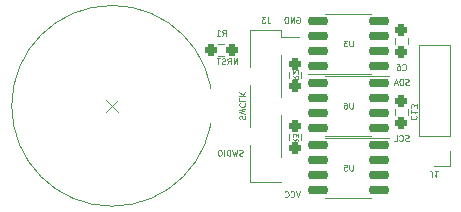
<source format=gbo>
%TF.GenerationSoftware,KiCad,Pcbnew,(6.0.0)*%
%TF.CreationDate,2025-09-03T22:59:35+02:00*%
%TF.ProjectId,Smart Servo Control Board Rev.1,536d6172-7420-4536-9572-766f20436f6e,rev?*%
%TF.SameCoordinates,Original*%
%TF.FileFunction,Legend,Bot*%
%TF.FilePolarity,Positive*%
%FSLAX46Y46*%
G04 Gerber Fmt 4.6, Leading zero omitted, Abs format (unit mm)*
G04 Created by KiCad (PCBNEW (6.0.0)) date 2025-09-03 22:59:35*
%MOMM*%
%LPD*%
G01*
G04 APERTURE LIST*
G04 Aperture macros list*
%AMRoundRect*
0 Rectangle with rounded corners*
0 $1 Rounding radius*
0 $2 $3 $4 $5 $6 $7 $8 $9 X,Y pos of 4 corners*
0 Add a 4 corners polygon primitive as box body*
4,1,4,$2,$3,$4,$5,$6,$7,$8,$9,$2,$3,0*
0 Add four circle primitives for the rounded corners*
1,1,$1+$1,$2,$3*
1,1,$1+$1,$4,$5*
1,1,$1+$1,$6,$7*
1,1,$1+$1,$8,$9*
0 Add four rect primitives between the rounded corners*
20,1,$1+$1,$2,$3,$4,$5,0*
20,1,$1+$1,$4,$5,$6,$7,0*
20,1,$1+$1,$6,$7,$8,$9,0*
20,1,$1+$1,$8,$9,$2,$3,0*%
G04 Aperture macros list end*
%ADD10C,0.125000*%
%ADD11C,0.120000*%
%ADD12R,1.700000X1.700000*%
%ADD13O,1.700000X1.700000*%
%ADD14O,4.000000X2.000000*%
%ADD15R,2.000000X3.000000*%
%ADD16RoundRect,0.237500X0.237500X-0.250000X0.237500X0.250000X-0.237500X0.250000X-0.237500X-0.250000X0*%
%ADD17RoundRect,0.237500X-0.237500X0.250000X-0.237500X-0.250000X0.237500X-0.250000X0.237500X0.250000X0*%
%ADD18RoundRect,0.150000X0.725000X0.150000X-0.725000X0.150000X-0.725000X-0.150000X0.725000X-0.150000X0*%
%ADD19RoundRect,0.150000X-0.725000X-0.150000X0.725000X-0.150000X0.725000X0.150000X-0.725000X0.150000X0*%
%ADD20RoundRect,0.237500X0.250000X0.237500X-0.250000X0.237500X-0.250000X-0.237500X0.250000X-0.237500X0*%
%ADD21R,2.510000X1.000000*%
G04 APERTURE END LIST*
D10*
X59130952Y-30000000D02*
X59178571Y-29976190D01*
X59250000Y-29976190D01*
X59321428Y-30000000D01*
X59369047Y-30047619D01*
X59392857Y-30095238D01*
X59416666Y-30190476D01*
X59416666Y-30261904D01*
X59392857Y-30357142D01*
X59369047Y-30404761D01*
X59321428Y-30452380D01*
X59250000Y-30476190D01*
X59202380Y-30476190D01*
X59130952Y-30452380D01*
X59107142Y-30428571D01*
X59107142Y-30261904D01*
X59202380Y-30261904D01*
X58892857Y-30476190D02*
X58892857Y-29976190D01*
X58607142Y-30476190D01*
X58607142Y-29976190D01*
X58369047Y-30476190D02*
X58369047Y-29976190D01*
X58250000Y-29976190D01*
X58178571Y-30000000D01*
X58130952Y-30047619D01*
X58107142Y-30095238D01*
X58083333Y-30190476D01*
X58083333Y-30261904D01*
X58107142Y-30357142D01*
X58130952Y-30404761D01*
X58178571Y-30452380D01*
X58250000Y-30476190D01*
X58369047Y-30476190D01*
X59416666Y-44726190D02*
X59250000Y-45226190D01*
X59083333Y-44726190D01*
X58630952Y-45178571D02*
X58654761Y-45202380D01*
X58726190Y-45226190D01*
X58773809Y-45226190D01*
X58845238Y-45202380D01*
X58892857Y-45154761D01*
X58916666Y-45107142D01*
X58940476Y-45011904D01*
X58940476Y-44940476D01*
X58916666Y-44845238D01*
X58892857Y-44797619D01*
X58845238Y-44750000D01*
X58773809Y-44726190D01*
X58726190Y-44726190D01*
X58654761Y-44750000D01*
X58630952Y-44773809D01*
X58130952Y-45178571D02*
X58154761Y-45202380D01*
X58226190Y-45226190D01*
X58273809Y-45226190D01*
X58345238Y-45202380D01*
X58392857Y-45154761D01*
X58416666Y-45107142D01*
X58440476Y-45011904D01*
X58440476Y-44940476D01*
X58416666Y-44845238D01*
X58392857Y-44797619D01*
X58345238Y-44750000D01*
X58273809Y-44726190D01*
X58226190Y-44726190D01*
X58154761Y-44750000D01*
X58130952Y-44773809D01*
X54071428Y-33976190D02*
X54071428Y-33476190D01*
X53785714Y-33976190D01*
X53785714Y-33476190D01*
X53261904Y-33976190D02*
X53428571Y-33738095D01*
X53547619Y-33976190D02*
X53547619Y-33476190D01*
X53357142Y-33476190D01*
X53309523Y-33500000D01*
X53285714Y-33523809D01*
X53261904Y-33571428D01*
X53261904Y-33642857D01*
X53285714Y-33690476D01*
X53309523Y-33714285D01*
X53357142Y-33738095D01*
X53547619Y-33738095D01*
X53071428Y-33952380D02*
X53000000Y-33976190D01*
X52880952Y-33976190D01*
X52833333Y-33952380D01*
X52809523Y-33928571D01*
X52785714Y-33880952D01*
X52785714Y-33833333D01*
X52809523Y-33785714D01*
X52833333Y-33761904D01*
X52880952Y-33738095D01*
X52976190Y-33714285D01*
X53023809Y-33690476D01*
X53047619Y-33666666D01*
X53071428Y-33619047D01*
X53071428Y-33571428D01*
X53047619Y-33523809D01*
X53023809Y-33500000D01*
X52976190Y-33476190D01*
X52857142Y-33476190D01*
X52785714Y-33500000D01*
X52642857Y-33476190D02*
X52357142Y-33476190D01*
X52500000Y-33976190D02*
X52500000Y-33476190D01*
X54559523Y-41702380D02*
X54488095Y-41726190D01*
X54369047Y-41726190D01*
X54321428Y-41702380D01*
X54297619Y-41678571D01*
X54273809Y-41630952D01*
X54273809Y-41583333D01*
X54297619Y-41535714D01*
X54321428Y-41511904D01*
X54369047Y-41488095D01*
X54464285Y-41464285D01*
X54511904Y-41440476D01*
X54535714Y-41416666D01*
X54559523Y-41369047D01*
X54559523Y-41321428D01*
X54535714Y-41273809D01*
X54511904Y-41250000D01*
X54464285Y-41226190D01*
X54345238Y-41226190D01*
X54273809Y-41250000D01*
X54107142Y-41226190D02*
X53988095Y-41726190D01*
X53892857Y-41369047D01*
X53797619Y-41726190D01*
X53678571Y-41226190D01*
X53488095Y-41726190D02*
X53488095Y-41226190D01*
X53369047Y-41226190D01*
X53297619Y-41250000D01*
X53250000Y-41297619D01*
X53226190Y-41345238D01*
X53202380Y-41440476D01*
X53202380Y-41511904D01*
X53226190Y-41607142D01*
X53250000Y-41654761D01*
X53297619Y-41702380D01*
X53369047Y-41726190D01*
X53488095Y-41726190D01*
X52988095Y-41726190D02*
X52988095Y-41226190D01*
X52654761Y-41226190D02*
X52559523Y-41226190D01*
X52511904Y-41250000D01*
X52464285Y-41297619D01*
X52440476Y-41392857D01*
X52440476Y-41559523D01*
X52464285Y-41654761D01*
X52511904Y-41702380D01*
X52559523Y-41726190D01*
X52654761Y-41726190D01*
X52702380Y-41702380D01*
X52750000Y-41654761D01*
X52773809Y-41559523D01*
X52773809Y-41392857D01*
X52750000Y-41297619D01*
X52702380Y-41250000D01*
X52654761Y-41226190D01*
X54297619Y-38630952D02*
X54273809Y-38559523D01*
X54273809Y-38440476D01*
X54297619Y-38392857D01*
X54321428Y-38369047D01*
X54369047Y-38345238D01*
X54416666Y-38345238D01*
X54464285Y-38369047D01*
X54488095Y-38392857D01*
X54511904Y-38440476D01*
X54535714Y-38535714D01*
X54559523Y-38583333D01*
X54583333Y-38607142D01*
X54630952Y-38630952D01*
X54678571Y-38630952D01*
X54726190Y-38607142D01*
X54750000Y-38583333D01*
X54773809Y-38535714D01*
X54773809Y-38416666D01*
X54750000Y-38345238D01*
X54773809Y-38178571D02*
X54273809Y-38059523D01*
X54630952Y-37964285D01*
X54273809Y-37869047D01*
X54773809Y-37750000D01*
X54321428Y-37273809D02*
X54297619Y-37297619D01*
X54273809Y-37369047D01*
X54273809Y-37416666D01*
X54297619Y-37488095D01*
X54345238Y-37535714D01*
X54392857Y-37559523D01*
X54488095Y-37583333D01*
X54559523Y-37583333D01*
X54654761Y-37559523D01*
X54702380Y-37535714D01*
X54750000Y-37488095D01*
X54773809Y-37416666D01*
X54773809Y-37369047D01*
X54750000Y-37297619D01*
X54726190Y-37273809D01*
X54273809Y-36821428D02*
X54273809Y-37059523D01*
X54773809Y-37059523D01*
X54273809Y-36654761D02*
X54773809Y-36654761D01*
X54273809Y-36369047D02*
X54559523Y-36583333D01*
X54773809Y-36369047D02*
X54488095Y-36654761D01*
X68607142Y-35702380D02*
X68535714Y-35726190D01*
X68416666Y-35726190D01*
X68369047Y-35702380D01*
X68345238Y-35678571D01*
X68321428Y-35630952D01*
X68321428Y-35583333D01*
X68345238Y-35535714D01*
X68369047Y-35511904D01*
X68416666Y-35488095D01*
X68511904Y-35464285D01*
X68559523Y-35440476D01*
X68583333Y-35416666D01*
X68607142Y-35369047D01*
X68607142Y-35321428D01*
X68583333Y-35273809D01*
X68559523Y-35250000D01*
X68511904Y-35226190D01*
X68392857Y-35226190D01*
X68321428Y-35250000D01*
X68107142Y-35726190D02*
X68107142Y-35226190D01*
X67988095Y-35226190D01*
X67916666Y-35250000D01*
X67869047Y-35297619D01*
X67845238Y-35345238D01*
X67821428Y-35440476D01*
X67821428Y-35511904D01*
X67845238Y-35607142D01*
X67869047Y-35654761D01*
X67916666Y-35702380D01*
X67988095Y-35726190D01*
X68107142Y-35726190D01*
X67630952Y-35583333D02*
X67392857Y-35583333D01*
X67678571Y-35726190D02*
X67511904Y-35226190D01*
X67345238Y-35726190D01*
X68595238Y-40452380D02*
X68523809Y-40476190D01*
X68404761Y-40476190D01*
X68357142Y-40452380D01*
X68333333Y-40428571D01*
X68309523Y-40380952D01*
X68309523Y-40333333D01*
X68333333Y-40285714D01*
X68357142Y-40261904D01*
X68404761Y-40238095D01*
X68500000Y-40214285D01*
X68547619Y-40190476D01*
X68571428Y-40166666D01*
X68595238Y-40119047D01*
X68595238Y-40071428D01*
X68571428Y-40023809D01*
X68547619Y-40000000D01*
X68500000Y-39976190D01*
X68380952Y-39976190D01*
X68309523Y-40000000D01*
X67809523Y-40428571D02*
X67833333Y-40452380D01*
X67904761Y-40476190D01*
X67952380Y-40476190D01*
X68023809Y-40452380D01*
X68071428Y-40404761D01*
X68095238Y-40357142D01*
X68119047Y-40261904D01*
X68119047Y-40190476D01*
X68095238Y-40095238D01*
X68071428Y-40047619D01*
X68023809Y-40000000D01*
X67952380Y-39976190D01*
X67904761Y-39976190D01*
X67833333Y-40000000D01*
X67809523Y-40023809D01*
X67357142Y-40476190D02*
X67595238Y-40476190D01*
X67595238Y-39976190D01*
%TO.C,J1*%
X70608333Y-43523809D02*
X70608333Y-43166666D01*
X70584523Y-43095238D01*
X70536904Y-43047619D01*
X70465476Y-43023809D01*
X70417857Y-43023809D01*
X71108333Y-43023809D02*
X70822619Y-43023809D01*
X70965476Y-43023809D02*
X70965476Y-43523809D01*
X70917857Y-43452380D01*
X70870238Y-43404761D01*
X70822619Y-43380952D01*
%TO.C,C6*%
X68083333Y-34428571D02*
X68107142Y-34452380D01*
X68178571Y-34476190D01*
X68226190Y-34476190D01*
X68297619Y-34452380D01*
X68345238Y-34404761D01*
X68369047Y-34357142D01*
X68392857Y-34261904D01*
X68392857Y-34190476D01*
X68369047Y-34095238D01*
X68345238Y-34047619D01*
X68297619Y-34000000D01*
X68226190Y-33976190D01*
X68178571Y-33976190D01*
X68107142Y-34000000D01*
X68083333Y-34023809D01*
X67654761Y-33976190D02*
X67750000Y-33976190D01*
X67797619Y-34000000D01*
X67821428Y-34023809D01*
X67869047Y-34095238D01*
X67892857Y-34190476D01*
X67892857Y-34380952D01*
X67869047Y-34428571D01*
X67845238Y-34452380D01*
X67797619Y-34476190D01*
X67702380Y-34476190D01*
X67654761Y-34452380D01*
X67630952Y-34428571D01*
X67607142Y-34380952D01*
X67607142Y-34261904D01*
X67630952Y-34214285D01*
X67654761Y-34190476D01*
X67702380Y-34166666D01*
X67797619Y-34166666D01*
X67845238Y-34190476D01*
X67869047Y-34214285D01*
X67892857Y-34261904D01*
%TO.C,R2*%
X58773809Y-34958333D02*
X59011904Y-35125000D01*
X58773809Y-35244047D02*
X59273809Y-35244047D01*
X59273809Y-35053571D01*
X59250000Y-35005952D01*
X59226190Y-34982142D01*
X59178571Y-34958333D01*
X59107142Y-34958333D01*
X59059523Y-34982142D01*
X59035714Y-35005952D01*
X59011904Y-35053571D01*
X59011904Y-35244047D01*
X59226190Y-34767857D02*
X59250000Y-34744047D01*
X59273809Y-34696428D01*
X59273809Y-34577380D01*
X59250000Y-34529761D01*
X59226190Y-34505952D01*
X59178571Y-34482142D01*
X59130952Y-34482142D01*
X59059523Y-34505952D01*
X58773809Y-34791666D01*
X58773809Y-34482142D01*
%TO.C,U5*%
X63880952Y-42476190D02*
X63880952Y-42880952D01*
X63857142Y-42928571D01*
X63833333Y-42952380D01*
X63785714Y-42976190D01*
X63690476Y-42976190D01*
X63642857Y-42952380D01*
X63619047Y-42928571D01*
X63595238Y-42880952D01*
X63595238Y-42476190D01*
X63119047Y-42476190D02*
X63357142Y-42476190D01*
X63380952Y-42714285D01*
X63357142Y-42690476D01*
X63309523Y-42666666D01*
X63190476Y-42666666D01*
X63142857Y-42690476D01*
X63119047Y-42714285D01*
X63095238Y-42761904D01*
X63095238Y-42880952D01*
X63119047Y-42928571D01*
X63142857Y-42952380D01*
X63190476Y-42976190D01*
X63309523Y-42976190D01*
X63357142Y-42952380D01*
X63380952Y-42928571D01*
%TO.C,U6*%
X63880952Y-37226190D02*
X63880952Y-37630952D01*
X63857142Y-37678571D01*
X63833333Y-37702380D01*
X63785714Y-37726190D01*
X63690476Y-37726190D01*
X63642857Y-37702380D01*
X63619047Y-37678571D01*
X63595238Y-37630952D01*
X63595238Y-37226190D01*
X63142857Y-37226190D02*
X63238095Y-37226190D01*
X63285714Y-37250000D01*
X63309523Y-37273809D01*
X63357142Y-37345238D01*
X63380952Y-37440476D01*
X63380952Y-37630952D01*
X63357142Y-37678571D01*
X63333333Y-37702380D01*
X63285714Y-37726190D01*
X63190476Y-37726190D01*
X63142857Y-37702380D01*
X63119047Y-37678571D01*
X63095238Y-37630952D01*
X63095238Y-37511904D01*
X63119047Y-37464285D01*
X63142857Y-37440476D01*
X63190476Y-37416666D01*
X63285714Y-37416666D01*
X63333333Y-37440476D01*
X63357142Y-37464285D01*
X63380952Y-37511904D01*
%TO.C,U3*%
X63880952Y-31976190D02*
X63880952Y-32380952D01*
X63857142Y-32428571D01*
X63833333Y-32452380D01*
X63785714Y-32476190D01*
X63690476Y-32476190D01*
X63642857Y-32452380D01*
X63619047Y-32428571D01*
X63595238Y-32380952D01*
X63595238Y-31976190D01*
X63404761Y-31976190D02*
X63095238Y-31976190D01*
X63261904Y-32166666D01*
X63190476Y-32166666D01*
X63142857Y-32190476D01*
X63119047Y-32214285D01*
X63095238Y-32261904D01*
X63095238Y-32380952D01*
X63119047Y-32428571D01*
X63142857Y-32452380D01*
X63190476Y-32476190D01*
X63333333Y-32476190D01*
X63380952Y-32452380D01*
X63404761Y-32428571D01*
%TO.C,R3*%
X58773809Y-40333333D02*
X59011904Y-40500000D01*
X58773809Y-40619047D02*
X59273809Y-40619047D01*
X59273809Y-40428571D01*
X59250000Y-40380952D01*
X59226190Y-40357142D01*
X59178571Y-40333333D01*
X59107142Y-40333333D01*
X59059523Y-40357142D01*
X59035714Y-40380952D01*
X59011904Y-40428571D01*
X59011904Y-40619047D01*
X59273809Y-40166666D02*
X59273809Y-39857142D01*
X59083333Y-40023809D01*
X59083333Y-39952380D01*
X59059523Y-39904761D01*
X59035714Y-39880952D01*
X58988095Y-39857142D01*
X58869047Y-39857142D01*
X58821428Y-39880952D01*
X58797619Y-39904761D01*
X58773809Y-39952380D01*
X58773809Y-40095238D01*
X58797619Y-40142857D01*
X58821428Y-40166666D01*
%TO.C,R1*%
X52833333Y-31546190D02*
X53000000Y-31308095D01*
X53119047Y-31546190D02*
X53119047Y-31046190D01*
X52928571Y-31046190D01*
X52880952Y-31070000D01*
X52857142Y-31093809D01*
X52833333Y-31141428D01*
X52833333Y-31212857D01*
X52857142Y-31260476D01*
X52880952Y-31284285D01*
X52928571Y-31308095D01*
X53119047Y-31308095D01*
X52357142Y-31546190D02*
X52642857Y-31546190D01*
X52500000Y-31546190D02*
X52500000Y-31046190D01*
X52547619Y-31117619D01*
X52595238Y-31165238D01*
X52642857Y-31189047D01*
%TO.C,J3*%
X56666666Y-29976190D02*
X56666666Y-30333333D01*
X56690476Y-30404761D01*
X56738095Y-30452380D01*
X56809523Y-30476190D01*
X56857142Y-30476190D01*
X56476190Y-29976190D02*
X56166666Y-29976190D01*
X56333333Y-30166666D01*
X56261904Y-30166666D01*
X56214285Y-30190476D01*
X56190476Y-30214285D01*
X56166666Y-30261904D01*
X56166666Y-30380952D01*
X56190476Y-30428571D01*
X56214285Y-30452380D01*
X56261904Y-30476190D01*
X56404761Y-30476190D01*
X56452380Y-30452380D01*
X56476190Y-30428571D01*
%TO.C,C13*%
X68821428Y-38321428D02*
X68797619Y-38345238D01*
X68773809Y-38416666D01*
X68773809Y-38464285D01*
X68797619Y-38535714D01*
X68845238Y-38583333D01*
X68892857Y-38607142D01*
X68988095Y-38630952D01*
X69059523Y-38630952D01*
X69154761Y-38607142D01*
X69202380Y-38583333D01*
X69250000Y-38535714D01*
X69273809Y-38464285D01*
X69273809Y-38416666D01*
X69250000Y-38345238D01*
X69226190Y-38321428D01*
X68773809Y-37845238D02*
X68773809Y-38130952D01*
X68773809Y-37988095D02*
X69273809Y-37988095D01*
X69202380Y-38035714D01*
X69154761Y-38083333D01*
X69130952Y-38130952D01*
X69273809Y-37678571D02*
X69273809Y-37369047D01*
X69083333Y-37535714D01*
X69083333Y-37464285D01*
X69059523Y-37416666D01*
X69035714Y-37392857D01*
X68988095Y-37369047D01*
X68869047Y-37369047D01*
X68821428Y-37392857D01*
X68797619Y-37416666D01*
X68773809Y-37464285D01*
X68773809Y-37607142D01*
X68797619Y-37654761D01*
X68821428Y-37678571D01*
D11*
%TO.C,J1*%
X69445000Y-40030000D02*
X72105000Y-40030000D01*
X69445000Y-32350000D02*
X72105000Y-32350000D01*
X72105000Y-42630000D02*
X72105000Y-41300000D01*
X72105000Y-40030000D02*
X72105000Y-32350000D01*
X70775000Y-42630000D02*
X72105000Y-42630000D01*
X69445000Y-40030000D02*
X69445000Y-32350000D01*
%TO.C,J2*%
X43000000Y-37000000D02*
X44000000Y-38000000D01*
X43000000Y-38000000D02*
X44000000Y-37000000D01*
X52000000Y-37500000D02*
G75*
G03*
X52000000Y-37500000I-8500000J0D01*
G01*
%TO.C,C6*%
X68522500Y-32254724D02*
X68522500Y-31745276D01*
X67477500Y-32254724D02*
X67477500Y-31745276D01*
%TO.C,R2*%
X59522500Y-34620276D02*
X59522500Y-35129724D01*
X58477500Y-34620276D02*
X58477500Y-35129724D01*
%TO.C,U5*%
X63500000Y-45310000D02*
X65450000Y-45310000D01*
X63500000Y-40190000D02*
X66950000Y-40190000D01*
X63500000Y-40190000D02*
X61550000Y-40190000D01*
X63500000Y-45310000D02*
X61550000Y-45310000D01*
%TO.C,U6*%
X63500000Y-34940000D02*
X66950000Y-34940000D01*
X63500000Y-40060000D02*
X65450000Y-40060000D01*
X63500000Y-40060000D02*
X61550000Y-40060000D01*
X63500000Y-34940000D02*
X61550000Y-34940000D01*
%TO.C,U3*%
X63500000Y-34810000D02*
X60050000Y-34810000D01*
X63500000Y-29690000D02*
X61550000Y-29690000D01*
X63500000Y-34810000D02*
X65450000Y-34810000D01*
X63500000Y-29690000D02*
X65450000Y-29690000D01*
%TO.C,R3*%
X58477500Y-40379724D02*
X58477500Y-39870276D01*
X59522500Y-40379724D02*
X59522500Y-39870276D01*
%TO.C,R1*%
X53004724Y-33272500D02*
X52495276Y-33272500D01*
X53004724Y-32227500D02*
X52495276Y-32227500D01*
%TO.C,J3*%
X55170000Y-35720000D02*
X55170000Y-39280000D01*
X57830000Y-31090000D02*
X55170000Y-31090000D01*
X57830000Y-38260000D02*
X57830000Y-41820000D01*
X57830000Y-33180000D02*
X57830000Y-36740000D01*
X55170000Y-43340000D02*
X55170000Y-43910000D01*
X57830000Y-43910000D02*
X55170000Y-43910000D01*
X57830000Y-31660000D02*
X59350000Y-31660000D01*
X55170000Y-31090000D02*
X55170000Y-34200000D01*
X55170000Y-40800000D02*
X55170000Y-43910000D01*
X57830000Y-31090000D02*
X57830000Y-31660000D01*
%TO.C,C13*%
X67477500Y-38254724D02*
X67477500Y-37745276D01*
X68522500Y-38254724D02*
X68522500Y-37745276D01*
%TD*%
%LPC*%
D12*
%TO.C,J1*%
X70775000Y-41300000D03*
D13*
X70775000Y-38760000D03*
X70775000Y-36220000D03*
X70775000Y-33680000D03*
%TD*%
D14*
%TO.C,J2*%
X43500000Y-31500000D03*
D15*
X52750000Y-37500000D03*
D14*
X43500000Y-43500000D03*
%TD*%
D16*
%TO.C,C6*%
X68000000Y-32912500D03*
X68000000Y-31087500D03*
%TD*%
D17*
%TO.C,R2*%
X59000000Y-33962500D03*
X59000000Y-35787500D03*
%TD*%
D18*
%TO.C,U5*%
X66075000Y-40845000D03*
X66075000Y-42115000D03*
X66075000Y-43385000D03*
X66075000Y-44655000D03*
X60925000Y-44655000D03*
X60925000Y-43385000D03*
X60925000Y-42115000D03*
X60925000Y-40845000D03*
%TD*%
%TO.C,U6*%
X66075000Y-35595000D03*
X66075000Y-36865000D03*
X66075000Y-38135000D03*
X66075000Y-39405000D03*
X60925000Y-39405000D03*
X60925000Y-38135000D03*
X60925000Y-36865000D03*
X60925000Y-35595000D03*
%TD*%
D19*
%TO.C,U3*%
X60925000Y-34155000D03*
X60925000Y-32885000D03*
X60925000Y-31615000D03*
X60925000Y-30345000D03*
X66075000Y-30345000D03*
X66075000Y-31615000D03*
X66075000Y-32885000D03*
X66075000Y-34155000D03*
%TD*%
D16*
%TO.C,R3*%
X59000000Y-41037500D03*
X59000000Y-39212500D03*
%TD*%
D20*
%TO.C,R1*%
X53662500Y-32750000D03*
X51837500Y-32750000D03*
%TD*%
D21*
%TO.C,J3*%
X58155000Y-42580000D03*
X54845000Y-40040000D03*
X58155000Y-37500000D03*
X54845000Y-34960000D03*
X58155000Y-32420000D03*
%TD*%
D16*
%TO.C,C13*%
X68000000Y-38912500D03*
X68000000Y-37087500D03*
%TD*%
M02*

</source>
